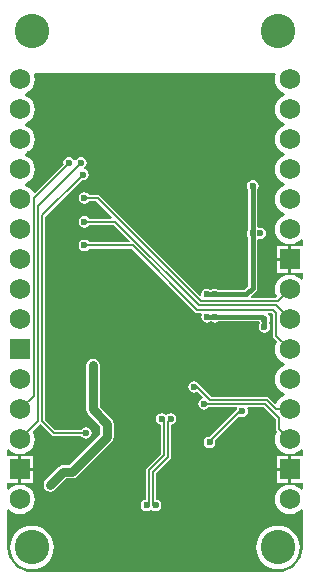
<source format=gbl>
G04 Layer_Physical_Order=2*
G04 Layer_Color=16711680*
%FSLAX25Y25*%
%MOIN*%
G70*
G01*
G75*
%ADD29C,0.00600*%
%ADD30C,0.01500*%
%ADD31C,0.00700*%
%ADD32C,0.03000*%
%ADD42C,0.11500*%
%ADD43C,0.04724*%
%ADD44O,0.05906X0.07480*%
%ADD45C,0.06900*%
%ADD46R,0.06900X0.06900*%
%ADD47C,0.02362*%
G36*
X40423Y21884D02*
X40177Y21292D01*
X40007Y20000D01*
X40177Y18708D01*
X40676Y17504D01*
X41470Y16470D01*
X42504Y15676D01*
X43483Y15271D01*
Y14729D01*
X42504Y14324D01*
X41470Y13530D01*
X40676Y12496D01*
X40177Y11292D01*
X40007Y10000D01*
X40177Y8708D01*
X40676Y7504D01*
X41470Y6470D01*
X42504Y5676D01*
X43483Y5271D01*
Y4729D01*
X42504Y4324D01*
X41470Y3530D01*
X40676Y2496D01*
X40177Y1292D01*
X40007Y0D01*
X40177Y-1292D01*
X40676Y-2496D01*
X41470Y-3530D01*
X42504Y-4324D01*
X43483Y-4729D01*
Y-5271D01*
X42504Y-5676D01*
X41470Y-6470D01*
X40676Y-7504D01*
X40177Y-8708D01*
X40007Y-10000D01*
X40177Y-11292D01*
X40676Y-12496D01*
X41470Y-13530D01*
X42504Y-14324D01*
X43483Y-14729D01*
Y-15271D01*
X42504Y-15676D01*
X41470Y-16470D01*
X40676Y-17504D01*
X40177Y-18708D01*
X40007Y-20000D01*
X40177Y-21292D01*
X40676Y-22496D01*
X41470Y-23530D01*
X42504Y-24324D01*
X43483Y-24729D01*
Y-25271D01*
X42504Y-25676D01*
X41470Y-26470D01*
X40676Y-27504D01*
X40177Y-28708D01*
X40007Y-30000D01*
X40177Y-31292D01*
X40676Y-32496D01*
X41470Y-33530D01*
X42504Y-34324D01*
X43708Y-34823D01*
X45000Y-34993D01*
X46292Y-34823D01*
X47496Y-34324D01*
X48530Y-33530D01*
X48711Y-33295D01*
X49184Y-33456D01*
Y-35550D01*
X45500D01*
Y-40000D01*
Y-44450D01*
X49184D01*
Y-46544D01*
X48711Y-46705D01*
X48530Y-46470D01*
X47496Y-45676D01*
X46292Y-45177D01*
X45000Y-45007D01*
X43708Y-45177D01*
X42504Y-45676D01*
X41470Y-46470D01*
X40676Y-47504D01*
X40177Y-48708D01*
X40007Y-50000D01*
X40177Y-51292D01*
X40607Y-52329D01*
X40400Y-52742D01*
X40301Y-52829D01*
X32068D01*
X31861Y-52329D01*
X33645Y-50545D01*
X33966Y-50066D01*
X34078Y-49500D01*
Y-33435D01*
X34578Y-33114D01*
X35100Y-33218D01*
X35834Y-33072D01*
X36456Y-32656D01*
X36872Y-32034D01*
X37018Y-31300D01*
X36872Y-30566D01*
X36456Y-29944D01*
X35834Y-29528D01*
X35100Y-29382D01*
X34578Y-29486D01*
X34078Y-29165D01*
Y-16573D01*
X34372Y-16134D01*
X34518Y-15400D01*
X34372Y-14666D01*
X33956Y-14044D01*
X33334Y-13628D01*
X32600Y-13482D01*
X31866Y-13628D01*
X31244Y-14044D01*
X30828Y-14666D01*
X30682Y-15400D01*
X30828Y-16134D01*
X31122Y-16573D01*
Y-30127D01*
X30828Y-30566D01*
X30682Y-31300D01*
X30828Y-32034D01*
X31122Y-32473D01*
Y-48888D01*
X29888Y-50122D01*
X21173D01*
X20734Y-49828D01*
X20000Y-49682D01*
X19266Y-49828D01*
X18827Y-50122D01*
X18473D01*
X18034Y-49828D01*
X17300Y-49682D01*
X16566Y-49828D01*
X15944Y-50244D01*
X15528Y-50866D01*
X15382Y-51600D01*
X15447Y-51926D01*
X14986Y-52172D01*
X-18389Y-18797D01*
X-18737Y-18564D01*
X-19146Y-18483D01*
X-21953D01*
X-22144Y-18197D01*
X-22766Y-17782D01*
X-23500Y-17636D01*
X-24234Y-17782D01*
X-24856Y-18197D01*
X-25272Y-18820D01*
X-25418Y-19554D01*
X-25272Y-20288D01*
X-24856Y-20910D01*
X-24234Y-21326D01*
X-23500Y-21472D01*
X-22766Y-21326D01*
X-22144Y-20910D01*
X-21953Y-20624D01*
X-19590D01*
X-14319Y-25895D01*
X-14510Y-26357D01*
X-21953D01*
X-22144Y-26071D01*
X-22766Y-25656D01*
X-23500Y-25510D01*
X-24234Y-25656D01*
X-24856Y-26071D01*
X-25272Y-26694D01*
X-25418Y-27428D01*
X-25272Y-28161D01*
X-24856Y-28784D01*
X-24234Y-29199D01*
X-23500Y-29346D01*
X-22766Y-29199D01*
X-22144Y-28784D01*
X-21953Y-28498D01*
X-13696D01*
X-8425Y-33769D01*
X-8616Y-34231D01*
X-21953D01*
X-22144Y-33945D01*
X-22766Y-33530D01*
X-23500Y-33384D01*
X-24234Y-33530D01*
X-24856Y-33945D01*
X-25272Y-34568D01*
X-25418Y-35302D01*
X-25272Y-36036D01*
X-24856Y-36658D01*
X-24234Y-37073D01*
X-23500Y-37220D01*
X-22766Y-37073D01*
X-22144Y-36658D01*
X-21953Y-36372D01*
X-7842D01*
X13243Y-57457D01*
X13243Y-57457D01*
X13590Y-57689D01*
X14000Y-57771D01*
X14000Y-57771D01*
X15396D01*
X15631Y-58211D01*
X15528Y-58366D01*
X15382Y-59100D01*
X15528Y-59834D01*
X15944Y-60456D01*
X16566Y-60872D01*
X17300Y-61018D01*
X18034Y-60872D01*
X18473Y-60578D01*
X18827D01*
X19266Y-60872D01*
X20000Y-61018D01*
X20734Y-60872D01*
X21173Y-60578D01*
X34758D01*
X35022Y-60973D01*
Y-61327D01*
X34728Y-61766D01*
X34582Y-62500D01*
X34728Y-63234D01*
X35144Y-63856D01*
X35766Y-64272D01*
X36500Y-64418D01*
X37234Y-64272D01*
X37856Y-63856D01*
X38272Y-63234D01*
X38418Y-62500D01*
X38272Y-61766D01*
X37978Y-61327D01*
Y-60973D01*
X38272Y-60534D01*
X38418Y-59800D01*
X38272Y-59066D01*
X37856Y-58444D01*
X37597Y-58271D01*
X37749Y-57771D01*
X38857D01*
X39429Y-58343D01*
Y-65500D01*
X39511Y-65910D01*
X39743Y-66257D01*
X40812Y-67326D01*
X40676Y-67504D01*
X40177Y-68708D01*
X40007Y-70000D01*
X40177Y-71292D01*
X40676Y-72496D01*
X41470Y-73530D01*
X42504Y-74324D01*
X43483Y-74729D01*
Y-75271D01*
X42504Y-75676D01*
X41470Y-76470D01*
X40676Y-77504D01*
X40177Y-78708D01*
X40007Y-80000D01*
X40177Y-81292D01*
X40676Y-82496D01*
X41470Y-83530D01*
X42504Y-84324D01*
X43483Y-84729D01*
Y-85271D01*
X42504Y-85676D01*
X41470Y-86470D01*
X40676Y-87504D01*
X40503Y-87921D01*
X40013Y-88019D01*
X38037Y-86043D01*
X37690Y-85811D01*
X37280Y-85729D01*
X18844D01*
X14857Y-81743D01*
X14856Y-81742D01*
X14456Y-81144D01*
X13834Y-80728D01*
X13100Y-80582D01*
X12366Y-80728D01*
X11744Y-81144D01*
X11328Y-81766D01*
X11182Y-82500D01*
X11328Y-83234D01*
X11744Y-83856D01*
X12366Y-84272D01*
X13100Y-84418D01*
X13834Y-84272D01*
X14148Y-84062D01*
X15932Y-85846D01*
X15767Y-86388D01*
X15566Y-86428D01*
X14944Y-86844D01*
X14528Y-87466D01*
X14382Y-88200D01*
X14528Y-88934D01*
X14944Y-89556D01*
X15566Y-89972D01*
X16300Y-90118D01*
X17034Y-89972D01*
X17656Y-89556D01*
X17847Y-89271D01*
X27196D01*
X27431Y-89711D01*
X27328Y-89866D01*
X27305Y-89981D01*
X18203Y-99083D01*
X18200Y-99082D01*
X17466Y-99228D01*
X16844Y-99644D01*
X16428Y-100266D01*
X16282Y-101000D01*
X16428Y-101734D01*
X16844Y-102356D01*
X17466Y-102772D01*
X18200Y-102918D01*
X18934Y-102772D01*
X19556Y-102356D01*
X19972Y-101734D01*
X20118Y-101000D01*
X19985Y-100329D01*
X28112Y-92202D01*
X28366Y-92372D01*
X29100Y-92518D01*
X29834Y-92372D01*
X30456Y-91956D01*
X30872Y-91334D01*
X31018Y-90600D01*
X30872Y-89866D01*
X30769Y-89711D01*
X31004Y-89271D01*
X36257D01*
X40429Y-93443D01*
Y-96500D01*
X40511Y-96910D01*
X40743Y-97257D01*
X40812Y-97326D01*
X40676Y-97504D01*
X40177Y-98708D01*
X40007Y-100000D01*
X40177Y-101292D01*
X40676Y-102496D01*
X41470Y-103530D01*
X42504Y-104324D01*
X43708Y-104823D01*
X45000Y-104993D01*
X46292Y-104823D01*
X47496Y-104324D01*
X48530Y-103530D01*
X48711Y-103295D01*
X49184Y-103456D01*
Y-105550D01*
X45500D01*
Y-110000D01*
Y-114450D01*
X49184D01*
Y-116544D01*
X48711Y-116705D01*
X48530Y-116470D01*
X47496Y-115676D01*
X46292Y-115177D01*
X45000Y-115007D01*
X43708Y-115177D01*
X42504Y-115676D01*
X41470Y-116470D01*
X40676Y-117504D01*
X40177Y-118708D01*
X40007Y-120000D01*
X40177Y-121292D01*
X40676Y-122496D01*
X41470Y-123530D01*
X42504Y-124324D01*
X43708Y-124823D01*
X45000Y-124993D01*
X46292Y-124823D01*
X47496Y-124324D01*
X48530Y-123530D01*
X48711Y-123295D01*
X49184Y-123456D01*
Y-136000D01*
X49188Y-136017D01*
X49032Y-137598D01*
X48566Y-139134D01*
X47809Y-140550D01*
X46791Y-141791D01*
X45550Y-142809D01*
X44134Y-143566D01*
X42598Y-144032D01*
X41017Y-144188D01*
X41000Y-144184D01*
X-41000D01*
X-41017Y-144188D01*
X-42598Y-144032D01*
X-44134Y-143566D01*
X-45550Y-142809D01*
X-46791Y-141791D01*
X-47809Y-140550D01*
X-48566Y-139134D01*
X-49032Y-137598D01*
X-49188Y-136017D01*
X-49184Y-136000D01*
Y-123456D01*
X-48711Y-123295D01*
X-48530Y-123530D01*
X-47496Y-124324D01*
X-46292Y-124823D01*
X-45000Y-124993D01*
X-43708Y-124823D01*
X-42504Y-124324D01*
X-41470Y-123530D01*
X-40676Y-122496D01*
X-40177Y-121292D01*
X-40007Y-120000D01*
X-40177Y-118708D01*
X-40676Y-117504D01*
X-41470Y-116470D01*
X-42504Y-115676D01*
X-43708Y-115177D01*
X-45000Y-115007D01*
X-46292Y-115177D01*
X-47496Y-115676D01*
X-48530Y-116470D01*
X-48711Y-116705D01*
X-49184Y-116544D01*
Y-114450D01*
X-45500D01*
Y-110000D01*
Y-105550D01*
X-49184D01*
Y-103456D01*
X-48711Y-103295D01*
X-48530Y-103530D01*
X-47496Y-104324D01*
X-46292Y-104823D01*
X-45000Y-104993D01*
X-43708Y-104823D01*
X-42504Y-104324D01*
X-41470Y-103530D01*
X-40676Y-102496D01*
X-40177Y-101292D01*
X-40007Y-100000D01*
X-40177Y-98708D01*
X-40676Y-97504D01*
X-40812Y-97326D01*
X-38250Y-94764D01*
X-34457Y-98557D01*
X-34110Y-98789D01*
X-33700Y-98871D01*
X-24547D01*
X-24356Y-99156D01*
X-23734Y-99572D01*
X-23000Y-99718D01*
X-22266Y-99572D01*
X-21644Y-99156D01*
X-21228Y-98534D01*
X-21082Y-97800D01*
X-21228Y-97066D01*
X-21644Y-96444D01*
X-22266Y-96028D01*
X-23000Y-95882D01*
X-23734Y-96028D01*
X-24356Y-96444D01*
X-24547Y-96729D01*
X-33257D01*
X-36529Y-93457D01*
Y-25723D01*
X-24337Y-13531D01*
X-24000Y-13598D01*
X-23266Y-13452D01*
X-22644Y-13036D01*
X-22228Y-12414D01*
X-22082Y-11680D01*
X-22228Y-10946D01*
X-22644Y-10323D01*
X-23266Y-9908D01*
X-23518Y-9857D01*
X-23624Y-9327D01*
X-23294Y-9106D01*
X-22878Y-8484D01*
X-22732Y-7750D01*
X-22878Y-7016D01*
X-23294Y-6394D01*
X-23916Y-5978D01*
X-24650Y-5832D01*
X-25384Y-5978D01*
X-26006Y-6394D01*
X-26334Y-6885D01*
X-26547Y-6920D01*
X-26792Y-6907D01*
X-26886Y-6879D01*
X-27244Y-6344D01*
X-27866Y-5928D01*
X-28600Y-5782D01*
X-29334Y-5928D01*
X-29956Y-6344D01*
X-30372Y-6966D01*
X-30518Y-7700D01*
X-30451Y-8037D01*
X-40136Y-17722D01*
X-40626Y-17624D01*
X-40676Y-17504D01*
X-41470Y-16470D01*
X-42504Y-15676D01*
X-43483Y-15271D01*
Y-14729D01*
X-42504Y-14324D01*
X-41470Y-13530D01*
X-40676Y-12496D01*
X-40177Y-11292D01*
X-40007Y-10000D01*
X-40177Y-8708D01*
X-40676Y-7504D01*
X-41470Y-6470D01*
X-42504Y-5676D01*
X-43483Y-5271D01*
Y-4729D01*
X-42504Y-4324D01*
X-41470Y-3530D01*
X-40676Y-2496D01*
X-40177Y-1292D01*
X-40007Y0D01*
X-40177Y1292D01*
X-40676Y2496D01*
X-41470Y3530D01*
X-42504Y4324D01*
X-43483Y4729D01*
Y5271D01*
X-42504Y5676D01*
X-41470Y6470D01*
X-40676Y7504D01*
X-40177Y8708D01*
X-40007Y10000D01*
X-40177Y11292D01*
X-40676Y12496D01*
X-41470Y13530D01*
X-42504Y14324D01*
X-43483Y14729D01*
Y15271D01*
X-42504Y15676D01*
X-41470Y16470D01*
X-40676Y17504D01*
X-40177Y18708D01*
X-40007Y20000D01*
X-40177Y21292D01*
X-40423Y21884D01*
X-40145Y22300D01*
X40145D01*
X40423Y21884D01*
D02*
G37*
%LPC*%
G36*
X-40550Y-110500D02*
X-44500D01*
Y-114450D01*
X-40550D01*
Y-110500D01*
D02*
G37*
G36*
X44500D02*
X40550D01*
Y-114450D01*
X44500D01*
Y-110500D01*
D02*
G37*
G36*
X-20719Y-73017D02*
X-21577Y-73188D01*
X-22305Y-73674D01*
X-22791Y-74402D01*
X-22962Y-75261D01*
Y-77819D01*
Y-89981D01*
X-22791Y-90839D01*
X-22305Y-91567D01*
X-18243Y-95629D01*
Y-98271D01*
X-28417Y-108444D01*
X-30487D01*
X-31346Y-108615D01*
X-32074Y-109101D01*
X-36486Y-113514D01*
X-36972Y-114242D01*
X-37143Y-115100D01*
X-36972Y-115958D01*
X-36486Y-116686D01*
X-35758Y-117172D01*
X-34900Y-117343D01*
X-34042Y-117172D01*
X-33314Y-116686D01*
X-29558Y-112931D01*
X-27487D01*
X-26629Y-112760D01*
X-25901Y-112274D01*
X-14414Y-100786D01*
X-13928Y-100058D01*
X-13757Y-99200D01*
Y-94700D01*
X-13928Y-93842D01*
X-14414Y-93114D01*
X-18476Y-89052D01*
Y-77819D01*
Y-75261D01*
X-18646Y-74402D01*
X-19133Y-73674D01*
X-19861Y-73188D01*
X-20719Y-73017D01*
D02*
G37*
G36*
X-41000Y-128715D02*
X-42421Y-128855D01*
X-43788Y-129270D01*
X-45047Y-129943D01*
X-46151Y-130849D01*
X-47057Y-131953D01*
X-47730Y-133212D01*
X-48145Y-134579D01*
X-48285Y-136000D01*
X-48145Y-137421D01*
X-47730Y-138788D01*
X-47057Y-140047D01*
X-46151Y-141151D01*
X-45047Y-142057D01*
X-43788Y-142730D01*
X-42421Y-143145D01*
X-41000Y-143285D01*
X-39579Y-143145D01*
X-38212Y-142730D01*
X-36953Y-142057D01*
X-35849Y-141151D01*
X-34943Y-140047D01*
X-34269Y-138788D01*
X-33855Y-137421D01*
X-33715Y-136000D01*
X-33855Y-134579D01*
X-34269Y-133212D01*
X-34943Y-131953D01*
X-35849Y-130849D01*
X-36953Y-129943D01*
X-38212Y-129270D01*
X-39579Y-128855D01*
X-41000Y-128715D01*
D02*
G37*
G36*
X41000D02*
X39579Y-128855D01*
X38212Y-129270D01*
X36953Y-129943D01*
X35849Y-130849D01*
X34943Y-131953D01*
X34269Y-133212D01*
X33855Y-134579D01*
X33715Y-136000D01*
X33855Y-137421D01*
X34269Y-138788D01*
X34943Y-140047D01*
X35849Y-141151D01*
X36953Y-142057D01*
X38212Y-142730D01*
X39579Y-143145D01*
X41000Y-143285D01*
X42421Y-143145D01*
X43788Y-142730D01*
X45047Y-142057D01*
X46151Y-141151D01*
X47057Y-140047D01*
X47730Y-138788D01*
X48145Y-137421D01*
X48285Y-136000D01*
X48145Y-134579D01*
X47730Y-133212D01*
X47057Y-131953D01*
X46151Y-130849D01*
X45047Y-129943D01*
X43788Y-129270D01*
X42421Y-128855D01*
X41000Y-128715D01*
D02*
G37*
G36*
X44500Y-40500D02*
X40550D01*
Y-44450D01*
X44500D01*
Y-40500D01*
D02*
G37*
G36*
Y-35550D02*
X40550D01*
Y-39500D01*
X44500D01*
Y-35550D01*
D02*
G37*
G36*
X5200Y-91282D02*
X4466Y-91428D01*
X3844Y-91844D01*
X3556D01*
X2934Y-91428D01*
X2200Y-91282D01*
X1466Y-91428D01*
X844Y-91844D01*
X428Y-92466D01*
X282Y-93200D01*
X428Y-93934D01*
X844Y-94556D01*
X1466Y-94972D01*
X2080Y-95094D01*
Y-104881D01*
X-2621Y-109582D01*
X-2842Y-109913D01*
X-2920Y-110303D01*
Y-120106D01*
X-3534Y-120228D01*
X-4156Y-120644D01*
X-4572Y-121266D01*
X-4718Y-122000D01*
X-4572Y-122734D01*
X-4156Y-123356D01*
X-3534Y-123772D01*
X-2800Y-123918D01*
X-2066Y-123772D01*
X-1661Y-123501D01*
X-1300Y-123398D01*
X-939Y-123501D01*
X-534Y-123772D01*
X200Y-123918D01*
X934Y-123772D01*
X1556Y-123356D01*
X1972Y-122734D01*
X2118Y-122000D01*
X1972Y-121266D01*
X1556Y-120644D01*
X934Y-120228D01*
X320Y-120106D01*
Y-111222D01*
X5021Y-106521D01*
X5242Y-106190D01*
X5320Y-105800D01*
Y-95094D01*
X5934Y-94972D01*
X6556Y-94556D01*
X6972Y-93934D01*
X7118Y-93200D01*
X6972Y-92466D01*
X6556Y-91844D01*
X5934Y-91428D01*
X5200Y-91282D01*
D02*
G37*
G36*
X-40550Y-105550D02*
X-44500D01*
Y-109500D01*
X-40550D01*
Y-105550D01*
D02*
G37*
G36*
X44500D02*
X40550D01*
Y-109500D01*
X44500D01*
Y-105550D01*
D02*
G37*
%LPD*%
D29*
X-1900Y-110303D02*
X3100Y-105303D01*
Y-94100D01*
X-700Y-110800D02*
X4300Y-105800D01*
Y-94100D01*
X5200Y-93200D01*
X-2800Y-122000D02*
X-1900D01*
X-700D02*
X200D01*
X-1900D02*
Y-110303D01*
X-700Y-122000D02*
Y-110800D01*
X2200Y-93200D02*
X3100Y-94100D01*
D30*
X32600Y-31300D02*
Y-15400D01*
X17300Y-51600D02*
X20000D01*
X17300Y-59100D02*
X20000D01*
X35800D01*
X36500Y-59800D01*
Y-62500D02*
Y-59800D01*
X32600Y-49500D02*
Y-31300D01*
X30500Y-51600D02*
X32600Y-49500D01*
X20000Y-51600D02*
X30500D01*
D31*
X40500Y-65500D02*
X45000Y-70000D01*
X40500Y-65500D02*
Y-57900D01*
X-45000Y-100000D02*
X-39000Y-94000D01*
X-45000Y-90000D02*
X-40400Y-85400D01*
Y-19500D01*
X-28600Y-7700D01*
X-39000Y-94000D02*
Y-22100D01*
X-24650Y-7750D01*
X-37600Y-25280D02*
X-24000Y-11680D01*
X-37600Y-93900D02*
Y-25280D01*
Y-93900D02*
X-33700Y-97800D01*
X-23000D01*
X13100Y-82500D02*
X14100D01*
X18400Y-86800D01*
X41100Y-53900D02*
X45000Y-50000D01*
X40300Y-55300D02*
X45000Y-60000D01*
X39300Y-56700D02*
X40500Y-57900D01*
X-23500Y-35302D02*
X-7398D01*
X-23500Y-27428D02*
X-13252D01*
X-23500Y-19554D02*
X-19146D01*
X28200Y-90600D02*
X29100D01*
X18200Y-101000D02*
Y-100600D01*
X28200Y-90600D01*
X-7398Y-35302D02*
X14000Y-56700D01*
X-13252Y-27428D02*
X14620Y-55300D01*
X-19146Y-19554D02*
X15200Y-53900D01*
X14000Y-56700D02*
X39300D01*
X14620Y-55300D02*
X40300D01*
X15200Y-53900D02*
X41100D01*
X41500Y-96500D02*
X45000Y-100000D01*
X16300Y-88200D02*
X36700D01*
X41500Y-93000D01*
Y-96500D02*
Y-93000D01*
X37280Y-86800D02*
X40480Y-90000D01*
X45000D01*
X18400Y-86800D02*
X37280D01*
D32*
X-20719Y-77819D02*
Y-75261D01*
Y-89981D02*
Y-77819D01*
Y-89981D02*
X-16000Y-94700D01*
X-34900Y-115100D02*
X-30487Y-110687D01*
X-27487D01*
X-16000Y-99200D01*
Y-94700D01*
D42*
X41000Y36000D02*
D03*
X-41000D02*
D03*
Y-136000D02*
D03*
X41000D02*
D03*
D43*
X9550Y-127000D02*
D03*
X-9550D02*
D03*
D44*
X-14300Y-137400D02*
D03*
X14300D02*
D03*
D45*
X45000Y-120000D02*
D03*
Y-80000D02*
D03*
Y-90000D02*
D03*
Y-100000D02*
D03*
Y-70000D02*
D03*
Y-60000D02*
D03*
Y-50000D02*
D03*
Y20000D02*
D03*
Y10000D02*
D03*
Y0D02*
D03*
Y-10000D02*
D03*
Y-20000D02*
D03*
Y-30000D02*
D03*
X-45000Y-120000D02*
D03*
Y-80000D02*
D03*
Y-90000D02*
D03*
Y-100000D02*
D03*
Y-60000D02*
D03*
Y-50000D02*
D03*
Y-40000D02*
D03*
Y20000D02*
D03*
Y10000D02*
D03*
Y0D02*
D03*
Y-10000D02*
D03*
Y-20000D02*
D03*
Y-30000D02*
D03*
D46*
X45000Y-110000D02*
D03*
Y-40000D02*
D03*
X-45000Y-110000D02*
D03*
Y-70000D02*
D03*
D47*
X36200Y-45967D02*
D03*
Y-48733D02*
D03*
Y-51500D02*
D03*
X-20200Y-22000D02*
D03*
X-17300Y-25000D02*
D03*
X-9500Y-115300D02*
D03*
Y-105300D02*
D03*
X-4900Y-116300D02*
D03*
Y-119400D02*
D03*
X29000Y-64100D02*
D03*
X26800D02*
D03*
X29000Y-61800D02*
D03*
X31300D02*
D03*
X26800D02*
D03*
X7650Y-142400D02*
D03*
X4500D02*
D03*
X1350D02*
D03*
X-1800D02*
D03*
X-4950D02*
D03*
X-8100D02*
D03*
X7650Y-138500D02*
D03*
X4500D02*
D03*
X1350D02*
D03*
X-1800D02*
D03*
X-4950D02*
D03*
X-8100D02*
D03*
Y-134600D02*
D03*
X-4950D02*
D03*
X-1800D02*
D03*
X1350D02*
D03*
X4500D02*
D03*
X7650D02*
D03*
X-2800Y-122000D02*
D03*
X5200Y-93200D02*
D03*
X200Y-122000D02*
D03*
X2200Y-93200D02*
D03*
X-23500Y-27428D02*
D03*
Y-35302D02*
D03*
Y-19554D02*
D03*
X20000Y-51600D02*
D03*
X32600Y-31300D02*
D03*
Y-15400D02*
D03*
X17300Y-51600D02*
D03*
X35100Y-31300D02*
D03*
X-28600Y-7700D02*
D03*
X-24650Y-7750D02*
D03*
X-24000Y-11680D02*
D03*
X-23000Y-97800D02*
D03*
X16300Y-88200D02*
D03*
X13100Y-82500D02*
D03*
X20000Y-59100D02*
D03*
X17300D02*
D03*
X36500Y-59800D02*
D03*
Y-62500D02*
D03*
X-20719Y-75261D02*
D03*
Y-77819D02*
D03*
X-34900Y-115100D02*
D03*
X-33200Y-113400D02*
D03*
X18200Y-101000D02*
D03*
X29100Y-90600D02*
D03*
X24500Y-137016D02*
D03*
X-24500D02*
D03*
X29453Y-141200D02*
D03*
X19547Y-141169D02*
D03*
X-29453Y-141139D02*
D03*
X-19547Y-141169D02*
D03*
X29900Y-47300D02*
D03*
X26800D02*
D03*
X28300Y-48900D02*
D03*
X-28650Y-66800D02*
D03*
X-25325D02*
D03*
X-22000D02*
D03*
Y-71000D02*
D03*
X-35300Y-75200D02*
D03*
Y-71000D02*
D03*
Y-66800D02*
D03*
X-31975D02*
D03*
X-32300Y21200D02*
D03*
X-38900Y-5600D02*
D03*
X36200Y-43200D02*
D03*
X-16080Y-110400D02*
D03*
X-9620D02*
D03*
X5100Y-122000D02*
D03*
X3300Y-85438D02*
D03*
X-3300D02*
D03*
X-14700Y-54700D02*
D03*
X-11900D02*
D03*
X100D02*
D03*
Y-58000D02*
D03*
X2650Y-54700D02*
D03*
Y-58000D02*
D03*
X5200Y-54700D02*
D03*
X-11900Y-58000D02*
D03*
X5200D02*
D03*
X100Y-102300D02*
D03*
Y-105000D02*
D03*
X9300Y-105367D02*
D03*
X6500D02*
D03*
X9300Y-108433D02*
D03*
X6500D02*
D03*
Y-111500D02*
D03*
X9300D02*
D03*
Y-102300D02*
D03*
X3700Y-111500D02*
D03*
X6500Y-102300D02*
D03*
X-8600Y-37600D02*
D03*
X-4000Y-42200D02*
D03*
X-6300Y-39900D02*
D03*
X-11300Y-32900D02*
D03*
X-14400Y-29700D02*
D03*
X-900Y-6700D02*
D03*
X4100Y-1700D02*
D03*
X1600Y-4200D02*
D03*
X11600Y5800D02*
D03*
X14100Y8300D02*
D03*
X9100Y3300D02*
D03*
X6600Y800D02*
D03*
X21600Y15800D02*
D03*
X24100Y18300D02*
D03*
X31600Y21200D02*
D03*
X19100Y13300D02*
D03*
X16600Y10800D02*
D03*
X17800Y5100D02*
D03*
X20300Y7600D02*
D03*
X22800Y10100D02*
D03*
X15300Y2600D02*
D03*
X12800Y100D02*
D03*
X7800Y-4900D02*
D03*
X5300Y-7400D02*
D03*
X2800Y-9900D02*
D03*
X10300Y-2400D02*
D03*
X-3500Y-14400D02*
D03*
X-7800D02*
D03*
X300Y-12400D02*
D03*
X-13300Y-22200D02*
D03*
X-10800Y-24700D02*
D03*
X-8300Y-27200D02*
D03*
X-15800Y-19700D02*
D03*
X-18300Y-17200D02*
D03*
X-3300Y-32200D02*
D03*
X-800Y-34700D02*
D03*
X-5800Y-29700D02*
D03*
X6700Y-42200D02*
D03*
X4200Y-39700D02*
D03*
X1700Y-37200D02*
D03*
X-20700Y-14400D02*
D03*
X-16400D02*
D03*
X-12100D02*
D03*
X-41600Y-5000D02*
D03*
X-12000Y-9200D02*
D03*
X-7700D02*
D03*
X-3400D02*
D03*
X-16300D02*
D03*
X-20700D02*
D03*
Y-5300D02*
D03*
Y-1400D02*
D03*
Y2500D02*
D03*
Y11100D02*
D03*
Y14200D02*
D03*
Y6400D02*
D03*
X18900Y-14800D02*
D03*
Y-22600D02*
D03*
Y-18700D02*
D03*
Y-10900D02*
D03*
Y-7000D02*
D03*
Y-3100D02*
D03*
Y800D02*
D03*
Y-38200D02*
D03*
Y-42100D02*
D03*
Y-34300D02*
D03*
Y-30400D02*
D03*
Y-26500D02*
D03*
X17400Y21200D02*
D03*
X20950D02*
D03*
X28050D02*
D03*
X24500D02*
D03*
X-350D02*
D03*
X6750D02*
D03*
X13850D02*
D03*
X10300D02*
D03*
X35150D02*
D03*
X-21650D02*
D03*
X-7450D02*
D03*
X-14550D02*
D03*
X-25200D02*
D03*
X-28750D02*
D03*
X-7150Y-100D02*
D03*
X3200Y21200D02*
D03*
X-3900D02*
D03*
X-11000D02*
D03*
X-18100D02*
D03*
X39200Y-84400D02*
D03*
Y-95200D02*
D03*
Y-103900D02*
D03*
X6400Y14200D02*
D03*
X-7150D02*
D03*
X39200Y-115100D02*
D03*
X-100Y7400D02*
D03*
X34300Y-118300D02*
D03*
X36800Y-120900D02*
D03*
X31700D02*
D03*
X-35800Y-129320D02*
D03*
X-15100Y-121333D02*
D03*
Y-125167D02*
D03*
X-18700Y-129000D02*
D03*
Y-121333D02*
D03*
X-11500D02*
D03*
X-8300Y-97700D02*
D03*
X-4400D02*
D03*
X-8300Y-95300D02*
D03*
X-4500Y-93200D02*
D03*
X-18700Y-125167D02*
D03*
X25800Y-111600D02*
D03*
X20100D02*
D03*
X16700Y-128200D02*
D03*
X14400Y-116400D02*
D03*
X22500Y-114200D02*
D03*
X14400Y-122000D02*
D03*
X10400D02*
D03*
X-35800Y-120840D02*
D03*
X-31500Y-125080D02*
D03*
Y-120840D02*
D03*
Y-129320D02*
D03*
X-40500Y-115600D02*
D03*
X-35300Y-109000D02*
D03*
X-39100Y-104900D02*
D03*
X22300Y-130200D02*
D03*
X27200D02*
D03*
X-23200Y-101400D02*
D03*
X-24800Y-94500D02*
D03*
X-14600Y-102800D02*
D03*
X-36200Y-111300D02*
D03*
X-40600Y-125080D02*
D03*
X36800D02*
D03*
X46100Y-126800D02*
D03*
X41400Y-85000D02*
D03*
X-35800Y-125080D02*
D03*
X-46900Y-127500D02*
D03*
X-31500Y-133560D02*
D03*
Y-137800D02*
D03*
X31700Y-125080D02*
D03*
Y-130200D02*
D03*
Y-136000D02*
D03*
M02*

</source>
